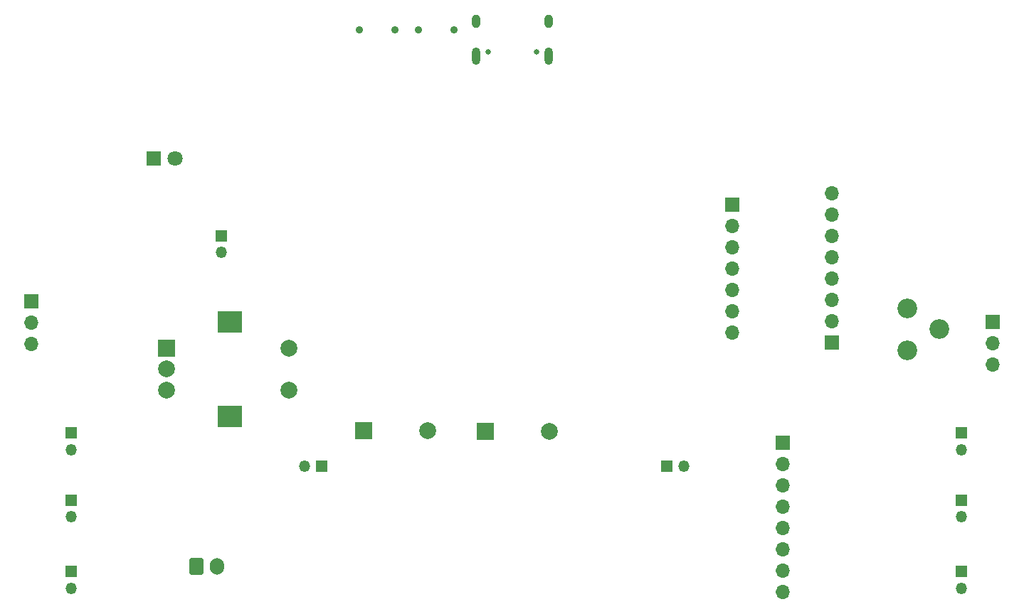
<source format=gbr>
%TF.GenerationSoftware,KiCad,Pcbnew,7.0.8*%
%TF.CreationDate,2023-10-07T23:20:30+02:00*%
%TF.ProjectId,FC_Wheel_PCB,46435f57-6865-4656-9c5f-5043422e6b69,rev?*%
%TF.SameCoordinates,Original*%
%TF.FileFunction,Soldermask,Bot*%
%TF.FilePolarity,Negative*%
%FSLAX46Y46*%
G04 Gerber Fmt 4.6, Leading zero omitted, Abs format (unit mm)*
G04 Created by KiCad (PCBNEW 7.0.8) date 2023-10-07 23:20:30*
%MOMM*%
%LPD*%
G01*
G04 APERTURE LIST*
G04 Aperture macros list*
%AMRoundRect*
0 Rectangle with rounded corners*
0 $1 Rounding radius*
0 $2 $3 $4 $5 $6 $7 $8 $9 X,Y pos of 4 corners*
0 Add a 4 corners polygon primitive as box body*
4,1,4,$2,$3,$4,$5,$6,$7,$8,$9,$2,$3,0*
0 Add four circle primitives for the rounded corners*
1,1,$1+$1,$2,$3*
1,1,$1+$1,$4,$5*
1,1,$1+$1,$6,$7*
1,1,$1+$1,$8,$9*
0 Add four rect primitives between the rounded corners*
20,1,$1+$1,$2,$3,$4,$5,0*
20,1,$1+$1,$4,$5,$6,$7,0*
20,1,$1+$1,$6,$7,$8,$9,0*
20,1,$1+$1,$8,$9,$2,$3,0*%
G04 Aperture macros list end*
%ADD10R,1.700000X1.700000*%
%ADD11O,1.700000X1.700000*%
%ADD12R,1.350000X1.350000*%
%ADD13O,1.350000X1.350000*%
%ADD14R,1.800000X1.800000*%
%ADD15C,1.800000*%
%ADD16C,0.900000*%
%ADD17RoundRect,0.250000X-0.600000X-0.750000X0.600000X-0.750000X0.600000X0.750000X-0.600000X0.750000X0*%
%ADD18O,1.700000X2.000000*%
%ADD19R,2.000000X2.000000*%
%ADD20C,2.000000*%
%ADD21R,3.000000X2.500000*%
%ADD22O,1.000000X1.600000*%
%ADD23O,1.000000X2.100000*%
%ADD24C,0.650000*%
%ADD25C,2.340000*%
G04 APERTURE END LIST*
D10*
%TO.C,J6*%
X156325000Y-91825000D03*
D11*
X156325000Y-94365000D03*
X156325000Y-96905000D03*
X156325000Y-99445000D03*
X156325000Y-101985000D03*
X156325000Y-104525000D03*
X156325000Y-107065000D03*
%TD*%
D12*
%TO.C,BTN5*%
X77675000Y-127025000D03*
D13*
X77675000Y-129025000D03*
%TD*%
D14*
%TO.C,D1*%
X87520000Y-86340000D03*
D15*
X90060000Y-86340000D03*
%TD*%
D12*
%TO.C,PADDLE2*%
X148575000Y-123025000D03*
D13*
X150575000Y-123025000D03*
%TD*%
D16*
%TO.C,S1*%
X123250000Y-71025000D03*
X119000000Y-71025000D03*
%TD*%
D12*
%TO.C,BTN6*%
X77675000Y-135525000D03*
D13*
X77675000Y-137525000D03*
%TD*%
D17*
%TO.C,BT1*%
X92575000Y-134935000D03*
D18*
X95075000Y-134935000D03*
%TD*%
D10*
%TO.C,J2*%
X168175000Y-108235000D03*
D11*
X168175000Y-105695000D03*
X168175000Y-103155000D03*
X168175000Y-100615000D03*
X168175000Y-98075000D03*
X168175000Y-95535000D03*
X168175000Y-92995000D03*
X168175000Y-90455000D03*
%TD*%
D12*
%TO.C,BTN3*%
X183625000Y-135525000D03*
D13*
X183625000Y-137525000D03*
%TD*%
D12*
%TO.C,PADDLE1*%
X107475000Y-123025000D03*
D13*
X105475000Y-123025000D03*
%TD*%
D12*
%TO.C,BTN4*%
X77675000Y-119025000D03*
D13*
X77675000Y-121025000D03*
%TD*%
D12*
%TO.C,BTN2*%
X183625000Y-127025000D03*
D13*
X183625000Y-129025000D03*
%TD*%
D12*
%TO.C,BTN1*%
X183625000Y-119025000D03*
D13*
X183625000Y-121025000D03*
%TD*%
D10*
%TO.C,J4*%
X187325000Y-105825000D03*
D11*
X187325000Y-108365000D03*
X187325000Y-110905000D03*
%TD*%
D19*
%TO.C,BZ2*%
X126975000Y-118825000D03*
D20*
X134575000Y-118825000D03*
%TD*%
%TO.C,SW10*%
X103575000Y-113935000D03*
X103575000Y-108935000D03*
D21*
X96575000Y-117035000D03*
X96575000Y-105835000D03*
D20*
X89075000Y-111435000D03*
X89075000Y-113935000D03*
D19*
X89075000Y-108935000D03*
%TD*%
D10*
%TO.C,J3*%
X162325000Y-120235000D03*
D11*
X162325000Y-122775000D03*
X162325000Y-125315000D03*
X162325000Y-127855000D03*
X162325000Y-130395000D03*
X162325000Y-132935000D03*
X162325000Y-135475000D03*
X162325000Y-138015000D03*
%TD*%
D22*
%TO.C,J1*%
X125835000Y-69995000D03*
D23*
X125835000Y-74175000D03*
D22*
X134475000Y-69995000D03*
D23*
X134475000Y-74175000D03*
D24*
X127265000Y-73645000D03*
X133045000Y-73645000D03*
%TD*%
D16*
%TO.C,S2*%
X116250000Y-71026000D03*
X112000000Y-71026000D03*
%TD*%
D19*
%TO.C,BZ1*%
X112475000Y-118775000D03*
D20*
X120075000Y-118775000D03*
%TD*%
D10*
%TO.C,J5*%
X72975000Y-103325000D03*
D11*
X72975000Y-105865000D03*
X72975000Y-108405000D03*
%TD*%
D13*
%TO.C,SW3*%
X95575000Y-97525000D03*
D12*
X95575000Y-95525000D03*
%TD*%
D25*
%TO.C,Volume1*%
X177185000Y-104175000D03*
X180985000Y-106675000D03*
X177185000Y-109175000D03*
%TD*%
M02*

</source>
